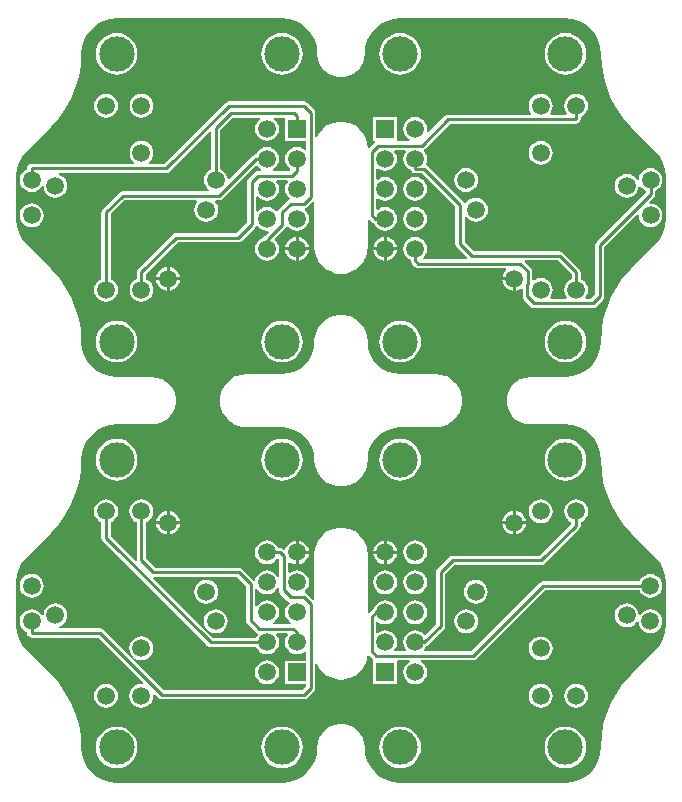
<source format=gtl>
G04*
G04 #@! TF.GenerationSoftware,Altium Limited,Altium Designer,18.1.11 (251)*
G04*
G04 Layer_Physical_Order=1*
G04 Layer_Color=255*
%FSLAX25Y25*%
%MOIN*%
G70*
G01*
G75*
%ADD12C,0.01000*%
%ADD18C,0.03937*%
%ADD19C,0.11811*%
%ADD20C,0.05906*%
%ADD21R,0.05906X0.05906*%
G36*
X184658Y332653D02*
X186962Y332426D01*
X189178Y331753D01*
X191220Y330662D01*
X193010Y329193D01*
X194478Y327403D01*
X195570Y325361D01*
X196242Y323146D01*
X196469Y320841D01*
X196641Y319204D01*
X197149Y317639D01*
X197972Y316213D01*
X199074Y314990D01*
X200405Y314022D01*
X201909Y313352D01*
X203519Y313010D01*
X205165Y313010D01*
X206776Y313352D01*
X208279Y314022D01*
X209611Y314989D01*
X210713Y316213D01*
X211536Y317638D01*
X212045Y319204D01*
X212217Y320841D01*
X212444Y323145D01*
X213116Y325361D01*
X214207Y327402D01*
X215676Y329192D01*
X217466Y330661D01*
X219508Y331752D01*
X221724Y332424D01*
X224028Y332651D01*
X279146Y332649D01*
X281450Y332422D01*
X283666Y331750D01*
X285708Y330659D01*
X287498Y329190D01*
X288966Y327400D01*
X290058Y325358D01*
X290730Y323142D01*
X290957Y320838D01*
X291173Y316987D01*
X291819Y313185D01*
X292886Y309479D01*
X294362Y305917D01*
X296227Y302541D01*
X298459Y299396D01*
X301028Y296520D01*
X309150Y288398D01*
X310619Y286608D01*
X311710Y284566D01*
X312382Y282351D01*
X312609Y280047D01*
X312608Y265719D01*
X312381Y263415D01*
X311709Y261199D01*
X310618Y259157D01*
X309149Y257367D01*
X301027Y249246D01*
X298457Y246371D01*
X296225Y243226D01*
X294359Y239850D01*
X292884Y236287D01*
X291816Y232582D01*
X291170Y228780D01*
X290953Y224929D01*
X290726Y222625D01*
X290054Y220409D01*
X288963Y218367D01*
X287494Y216578D01*
X285704Y215109D01*
X283662Y214018D01*
X281446Y213345D01*
X279142Y213119D01*
X267331Y213119D01*
X265694Y212947D01*
X264128Y212438D01*
X262702Y211615D01*
X261479Y210514D01*
X260512Y209182D01*
X259842Y207679D01*
X259500Y206068D01*
X259500Y204422D01*
X259842Y202812D01*
X260511Y201308D01*
X261479Y199977D01*
X262702Y198875D01*
X264128Y198052D01*
X265693Y197543D01*
X267330Y197371D01*
X279141Y197371D01*
X281446Y197143D01*
X283661Y196471D01*
X285703Y195380D01*
X287493Y193911D01*
X288962Y192121D01*
X290053Y190079D01*
X290725Y187863D01*
X290952Y185559D01*
X291168Y181709D01*
X291814Y177907D01*
X292881Y174201D01*
X294357Y170638D01*
X296222Y167262D01*
X298454Y164117D01*
X301024Y161241D01*
X309145Y153120D01*
X310614Y151330D01*
X311705Y149288D01*
X312377Y147072D01*
X312604Y144768D01*
X312603Y130440D01*
X312376Y128136D01*
X311704Y125920D01*
X310613Y123878D01*
X309144Y122089D01*
X301022Y113967D01*
X298452Y111092D01*
X296220Y107947D01*
X294355Y104571D01*
X292879Y101009D01*
X291811Y97303D01*
X291165Y93501D01*
X290948Y89650D01*
X290721Y87346D01*
X290049Y85131D01*
X288958Y83089D01*
X287489Y81299D01*
X285699Y79830D01*
X283657Y78739D01*
X281441Y78067D01*
X279137Y77840D01*
X224019Y77842D01*
X221714Y78069D01*
X219499Y78741D01*
X217457Y79833D01*
X215667Y81301D01*
X214198Y83091D01*
X213107Y85133D01*
X212435Y87349D01*
X212208Y89653D01*
X212036Y91290D01*
X211527Y92856D01*
X210704Y94282D01*
X209603Y95505D01*
X208271Y96473D01*
X206768Y97142D01*
X205157Y97484D01*
X203511Y97484D01*
X201901Y97142D01*
X200397Y96473D01*
X199066Y95505D01*
X197964Y94282D01*
X197141Y92857D01*
X196632Y91291D01*
X196460Y89654D01*
X196233Y87350D01*
X195561Y85134D01*
X194469Y83092D01*
X193000Y81302D01*
X191211Y79834D01*
X189169Y78742D01*
X186953Y78070D01*
X184649Y77843D01*
X129531Y77845D01*
X127226Y78072D01*
X125011Y78745D01*
X122969Y79836D01*
X121179Y81305D01*
X119710Y83095D01*
X118619Y85137D01*
X117947Y87353D01*
X117720Y89657D01*
X117504Y93507D01*
X116858Y97309D01*
X115790Y101015D01*
X114315Y104578D01*
X112450Y107954D01*
X110218Y111099D01*
X107648Y113974D01*
X99527Y122096D01*
X98058Y123886D01*
X96967Y125928D01*
X96295Y128144D01*
X96068Y130448D01*
X96068Y144776D01*
X96295Y147080D01*
X96968Y149295D01*
X98059Y151337D01*
X99528Y153127D01*
X107650Y161249D01*
X110220Y164124D01*
X112452Y167269D01*
X114317Y170644D01*
X115793Y174207D01*
X116861Y177913D01*
X117507Y181715D01*
X117724Y185565D01*
X117950Y187870D01*
X118623Y190085D01*
X119714Y192127D01*
X121183Y193917D01*
X122973Y195386D01*
X125015Y196477D01*
X127231Y197149D01*
X129535Y197376D01*
X141346Y197376D01*
X142983Y197548D01*
X144549Y198056D01*
X145974Y198879D01*
X147198Y199981D01*
X148165Y201312D01*
X148835Y202816D01*
X149177Y204426D01*
X149177Y206072D01*
X148835Y207682D01*
X148166Y209186D01*
X147198Y210518D01*
X145975Y211620D01*
X144549Y212443D01*
X142984Y212951D01*
X141347Y213124D01*
X129535Y213124D01*
X127231Y213351D01*
X125016Y214023D01*
X122974Y215115D01*
X121184Y216584D01*
X119715Y218374D01*
X118624Y220416D01*
X117952Y222631D01*
X117725Y224936D01*
X117509Y228786D01*
X116863Y232588D01*
X115796Y236294D01*
X114320Y239857D01*
X112454Y243232D01*
X110223Y246377D01*
X107653Y249253D01*
X99532Y257375D01*
X98063Y259165D01*
X96972Y261207D01*
X96300Y263423D01*
X96073Y265727D01*
X96073Y280054D01*
X96301Y282359D01*
X96973Y284574D01*
X98064Y286616D01*
X99533Y288406D01*
X107655Y296527D01*
X110225Y299403D01*
X112457Y302548D01*
X114322Y305923D01*
X115798Y309486D01*
X116866Y313192D01*
X117512Y316994D01*
X117728Y320844D01*
X117956Y323148D01*
X118628Y325364D01*
X119719Y327406D01*
X121188Y329196D01*
X122978Y330664D01*
X125020Y331756D01*
X127236Y332428D01*
X129540Y332655D01*
X184658Y332653D01*
D02*
G37*
%LPC*%
G36*
X129540Y327783D02*
X128186Y327649D01*
X128186Y327649D01*
X128186D01*
X126884Y327255D01*
X125684Y326613D01*
X124633Y325750D01*
X123770Y324699D01*
X123129Y323499D01*
X122734Y322198D01*
X122601Y320844D01*
X122734Y319490D01*
X123129Y318188D01*
X123770Y316989D01*
X124633Y315937D01*
X125684Y315074D01*
X126884Y314433D01*
X128186Y314038D01*
X129540Y313905D01*
X130893Y314038D01*
X130893Y314038D01*
X130893D01*
X132195Y314433D01*
X133395Y315074D01*
X134446Y315937D01*
X135309Y316989D01*
X135950Y318188D01*
X136345Y319490D01*
X136478Y320844D01*
X136345Y322198D01*
X135950Y323499D01*
X135309Y324699D01*
X134446Y325750D01*
X133395Y326613D01*
X132195Y327255D01*
X130893Y327649D01*
X129540Y327783D01*
D02*
G37*
G36*
X184658Y327781D02*
X183304Y327647D01*
X182002Y327253D01*
X180803Y326611D01*
X179751Y325748D01*
X178888Y324697D01*
X178247Y323497D01*
X177852Y322196D01*
X177719Y320842D01*
X177852Y319488D01*
X178247Y318186D01*
X178888Y316987D01*
X179751Y315935D01*
X180803Y315072D01*
X182002Y314431D01*
X183304Y314036D01*
X184658Y313903D01*
X186011Y314036D01*
X187313Y314431D01*
X188513Y315072D01*
X189564Y315935D01*
X190427Y316987D01*
X191068Y318186D01*
X191463Y319488D01*
X191596Y320842D01*
X191463Y322196D01*
X191068Y323497D01*
X190427Y324697D01*
X189564Y325748D01*
X188513Y326611D01*
X187313Y327253D01*
X186011Y327647D01*
X184658Y327781D01*
D02*
G37*
G36*
X224028Y327779D02*
X222674Y327646D01*
X221372Y327251D01*
X220173Y326610D01*
X219121Y325747D01*
X218258Y324695D01*
X217617Y323496D01*
X217222Y322194D01*
X217089Y320840D01*
X217222Y319487D01*
X217617Y318185D01*
X218258Y316985D01*
X219121Y315934D01*
X220173Y315071D01*
X221372Y314430D01*
X222674Y314035D01*
X224028Y313901D01*
X225381Y314035D01*
X226683Y314430D01*
X227883Y315071D01*
X228934Y315934D01*
X229797Y316985D01*
X230438Y318185D01*
X230833Y319487D01*
X230967Y320840D01*
X230833Y322194D01*
X230438Y323496D01*
X229797Y324695D01*
X228934Y325747D01*
X227883Y326610D01*
X226683Y327251D01*
X225381Y327646D01*
X224028Y327779D01*
D02*
G37*
G36*
X279146Y327777D02*
X277792Y327644D01*
X276490Y327249D01*
X275291Y326608D01*
X274239Y325745D01*
X273376Y324693D01*
X272735Y323494D01*
X272340Y322192D01*
X272207Y320838D01*
X272207Y320838D01*
X272207Y320838D01*
X272340Y319485D01*
X272735Y318183D01*
X273376Y316983D01*
X274239Y315932D01*
X275291Y315069D01*
X276490Y314428D01*
X277792Y314033D01*
X279146Y313899D01*
X280500Y314033D01*
X281801Y314428D01*
X283001Y315069D01*
X284052Y315932D01*
X284915Y316983D01*
X285557Y318183D01*
X285951Y319485D01*
X286085Y320838D01*
X286085Y320838D01*
X286085Y320838D01*
X285951Y322192D01*
X285557Y323494D01*
X284915Y324693D01*
X284052Y325745D01*
X283001Y326608D01*
X281801Y327249D01*
X280500Y327644D01*
X279146Y327777D01*
D02*
G37*
G36*
X282688Y307580D02*
X281656Y307444D01*
X280695Y307046D01*
X279869Y306412D01*
X279235Y305586D01*
X278837Y304625D01*
X278701Y303593D01*
X278837Y302561D01*
X279235Y301600D01*
X279596Y301129D01*
X279349Y300629D01*
X274216D01*
X273969Y301129D01*
X274330Y301600D01*
X274728Y302561D01*
X274864Y303593D01*
X274728Y304625D01*
X274330Y305586D01*
X273696Y306412D01*
X272870Y307046D01*
X271909Y307444D01*
X270877Y307580D01*
X269845Y307444D01*
X268884Y307046D01*
X268058Y306412D01*
X267424Y305586D01*
X267026Y304625D01*
X266890Y303593D01*
X267026Y302561D01*
X267424Y301600D01*
X267785Y301129D01*
X267538Y300629D01*
X240000D01*
X239415Y300513D01*
X238919Y300181D01*
X233448Y294710D01*
X232922Y294815D01*
X232885Y294855D01*
X233015Y295842D01*
X232879Y296874D01*
X232481Y297835D01*
X231847Y298661D01*
X231021Y299294D01*
X230060Y299693D01*
X229028Y299829D01*
X227996Y299693D01*
X227034Y299294D01*
X226209Y298661D01*
X225575Y297835D01*
X225177Y296874D01*
X225041Y295842D01*
X225177Y294810D01*
X225575Y293848D01*
X226209Y293023D01*
X227034Y292389D01*
X227179Y292329D01*
X227079Y291829D01*
X223456D01*
X222981Y291889D01*
X222980Y292329D01*
Y299795D01*
X215075D01*
Y291889D01*
X215578D01*
X215730Y291389D01*
X215719Y291381D01*
X213726Y289389D01*
X213546Y289411D01*
X213215Y289585D01*
X213057Y291088D01*
X213026Y291191D01*
X213013Y291297D01*
X212505Y292862D01*
X212452Y292956D01*
X212418Y293057D01*
X211595Y294483D01*
X211524Y294563D01*
X211470Y294655D01*
X210368Y295879D01*
X210282Y295942D01*
X210210Y296021D01*
X208878Y296989D01*
X208781Y297034D01*
X208694Y297095D01*
X207190Y297765D01*
X207085Y297789D01*
X206987Y297831D01*
X205377Y298173D01*
X205270Y298175D01*
X205165Y298195D01*
X203519Y298196D01*
X203414Y298175D01*
X203307Y298173D01*
X201697Y297831D01*
X201598Y297789D01*
X201494Y297765D01*
X199990Y297096D01*
X199903Y297034D01*
X199805Y296989D01*
X198474Y296022D01*
X198401Y295943D01*
X198315Y295879D01*
X197214Y294656D01*
X197159Y294564D01*
X197089Y294483D01*
X196265Y293058D01*
X196231Y292956D01*
X196229Y292954D01*
X195729Y292997D01*
Y301300D01*
X195613Y301885D01*
X195281Y302381D01*
X193081Y304581D01*
X192585Y304913D01*
X192000Y305029D01*
X166900D01*
X166315Y304913D01*
X165819Y304581D01*
X145466Y284229D01*
X140402D01*
X140233Y284729D01*
X140625Y285031D01*
X141259Y285856D01*
X141657Y286818D01*
X141793Y287850D01*
X141657Y288882D01*
X141259Y289843D01*
X140625Y290669D01*
X139799Y291302D01*
X138838Y291701D01*
X137806Y291837D01*
X136774Y291701D01*
X135813Y291302D01*
X134987Y290669D01*
X134353Y289843D01*
X133955Y288882D01*
X133819Y287850D01*
X133955Y286818D01*
X134353Y285856D01*
X134987Y285031D01*
X135380Y284729D01*
X135210Y284229D01*
X101192D01*
X100607Y284113D01*
X100110Y283781D01*
X99779Y283285D01*
X99662Y282700D01*
Y282439D01*
X99198Y282247D01*
X98373Y281614D01*
X97739Y280788D01*
X97341Y279826D01*
X97205Y278795D01*
X97341Y277763D01*
X97739Y276801D01*
X98373Y275975D01*
X99198Y275342D01*
X100160Y274944D01*
X101192Y274808D01*
X102224Y274944D01*
X103185Y275342D01*
X104011Y275975D01*
X104645Y276801D01*
X105132Y276775D01*
X105167Y276756D01*
X105294Y275794D01*
X105692Y274833D01*
X106325Y274007D01*
X107151Y273374D01*
X108113Y272975D01*
X109145Y272839D01*
X110177Y272975D01*
X111138Y273374D01*
X111964Y274007D01*
X112597Y274833D01*
X112996Y275794D01*
X113131Y276826D01*
X112996Y277858D01*
X112597Y278820D01*
X111964Y279645D01*
X111138Y280279D01*
X110177Y280677D01*
X110246Y281171D01*
X146100D01*
X146685Y281287D01*
X147181Y281619D01*
X160618Y295055D01*
X161080Y294864D01*
Y282439D01*
X160616Y282247D01*
X159790Y281614D01*
X159157Y280788D01*
X158758Y279826D01*
X158622Y278795D01*
X158758Y277763D01*
X159157Y276801D01*
X159790Y275975D01*
X160371Y275529D01*
X160202Y275029D01*
X131495D01*
X130910Y274913D01*
X130414Y274581D01*
X124914Y269081D01*
X124582Y268585D01*
X124466Y268000D01*
Y245825D01*
X124002Y245633D01*
X123176Y245000D01*
X122542Y244174D01*
X122144Y243212D01*
X122008Y242180D01*
X122144Y241148D01*
X122542Y240187D01*
X123176Y239361D01*
X124002Y238728D01*
X124963Y238329D01*
X125995Y238193D01*
X127027Y238329D01*
X127988Y238728D01*
X128814Y239361D01*
X129448Y240187D01*
X129846Y241148D01*
X129982Y242180D01*
X129846Y243212D01*
X129448Y244174D01*
X128814Y245000D01*
X127988Y245633D01*
X127524Y245825D01*
Y267367D01*
X132129Y271971D01*
X156084D01*
X156331Y271471D01*
X155928Y270946D01*
X155530Y269984D01*
X155394Y268952D01*
X155530Y267920D01*
X155928Y266959D01*
X156562Y266133D01*
X157387Y265499D01*
X158349Y265101D01*
X159381Y264965D01*
X160413Y265101D01*
X161374Y265499D01*
X162200Y266133D01*
X162833Y266959D01*
X163232Y267920D01*
X163368Y268952D01*
X163232Y269984D01*
X162833Y270946D01*
X162431Y271471D01*
X162677Y271971D01*
X163658D01*
X164243Y272087D01*
X164740Y272419D01*
X175833Y283512D01*
X176497Y283468D01*
X176839Y283023D01*
X177664Y282389D01*
X177808Y282329D01*
X177709Y281829D01*
X176800D01*
X176215Y281713D01*
X175719Y281381D01*
X173419Y279081D01*
X173087Y278585D01*
X172971Y278000D01*
Y264633D01*
X169466Y261129D01*
X149406D01*
X148821Y261013D01*
X148325Y260681D01*
X136725Y249081D01*
X136393Y248585D01*
X136277Y248000D01*
Y245825D01*
X135813Y245633D01*
X134987Y245000D01*
X134353Y244174D01*
X133955Y243212D01*
X133819Y242180D01*
X133955Y241148D01*
X134353Y240187D01*
X134987Y239361D01*
X135813Y238728D01*
X136774Y238329D01*
X137806Y238193D01*
X138838Y238329D01*
X139799Y238728D01*
X140625Y239361D01*
X141259Y240187D01*
X141657Y241148D01*
X141793Y242180D01*
X141657Y243212D01*
X141259Y244174D01*
X140625Y245000D01*
X139799Y245633D01*
X139335Y245825D01*
Y247366D01*
X150040Y258071D01*
X170100D01*
X170685Y258187D01*
X171181Y258519D01*
X175581Y262919D01*
X175913Y263415D01*
X176446Y263534D01*
X176839Y263023D01*
X177664Y262389D01*
X178626Y261991D01*
X179658Y261855D01*
X179919Y261889D01*
X180153Y261416D01*
X178919Y260181D01*
X178797Y259999D01*
X178656Y259830D01*
X178632Y259752D01*
X178587Y259685D01*
X178585Y259676D01*
X177664Y259295D01*
X176839Y258661D01*
X176205Y257835D01*
X175807Y256874D01*
X175671Y255842D01*
X175807Y254810D01*
X176205Y253848D01*
X176839Y253023D01*
X177664Y252389D01*
X178626Y251991D01*
X179658Y251855D01*
X180690Y251991D01*
X181651Y252389D01*
X182477Y253023D01*
X183110Y253848D01*
X183509Y254810D01*
X183644Y255842D01*
X183509Y256874D01*
X183110Y257835D01*
X182477Y258661D01*
X182352Y258757D01*
X182319Y259256D01*
X185781Y262719D01*
X186089Y263178D01*
X186157Y263221D01*
X186637Y263285D01*
X186838Y263023D01*
X187664Y262389D01*
X188626Y261991D01*
X189658Y261855D01*
X190690Y261991D01*
X191651Y262389D01*
X192477Y263023D01*
X193110Y263848D01*
X193509Y264810D01*
X193644Y265842D01*
X193509Y266874D01*
X193110Y267835D01*
X192477Y268661D01*
X192275Y268816D01*
X192400Y269350D01*
X192585Y269387D01*
X193081Y269719D01*
X194947Y271584D01*
X195447Y271377D01*
X195447Y256429D01*
X195457Y256376D01*
X195452Y256322D01*
X195624Y254685D01*
X195656Y254583D01*
X195669Y254477D01*
X196177Y252911D01*
X196230Y252818D01*
X196264Y252716D01*
X197087Y251291D01*
X197157Y251210D01*
X197212Y251118D01*
X198314Y249895D01*
X198399Y249831D01*
X198472Y249752D01*
X199804Y248785D01*
X199901Y248740D01*
X199988Y248678D01*
X201492Y248008D01*
X201596Y247985D01*
X201695Y247943D01*
X203305Y247600D01*
X203412Y247599D01*
X203517Y247578D01*
X205163Y247578D01*
X205268Y247599D01*
X205375Y247600D01*
X206985Y247942D01*
X207084Y247985D01*
X207188Y248008D01*
X208692Y248678D01*
X208779Y248740D01*
X208876Y248784D01*
X210208Y249752D01*
X210281Y249830D01*
X210367Y249894D01*
X211468Y251118D01*
X211523Y251210D01*
X211593Y251290D01*
X212416Y252716D01*
X212451Y252817D01*
X212503Y252910D01*
X213012Y254476D01*
X213024Y254582D01*
X213056Y254684D01*
X213228Y256322D01*
X213223Y256375D01*
X213234Y256428D01*
X213234Y265396D01*
X213734Y265603D01*
X214577Y264760D01*
X215073Y264429D01*
X215358Y264372D01*
X215575Y263848D01*
X216209Y263023D01*
X217034Y262389D01*
X217996Y261991D01*
X219028Y261855D01*
X220060Y261991D01*
X221021Y262389D01*
X221847Y263023D01*
X222481Y263848D01*
X222879Y264810D01*
X223015Y265842D01*
X222879Y266874D01*
X222481Y267835D01*
X221847Y268661D01*
X221021Y269295D01*
X220060Y269693D01*
X219028Y269829D01*
X217996Y269693D01*
X217034Y269295D01*
X216529Y268907D01*
X216029Y269154D01*
Y272530D01*
X216529Y272777D01*
X217034Y272389D01*
X217996Y271991D01*
X219028Y271855D01*
X220060Y271991D01*
X221021Y272389D01*
X221847Y273023D01*
X222481Y273848D01*
X222879Y274810D01*
X223015Y275842D01*
X222879Y276874D01*
X222481Y277835D01*
X221847Y278661D01*
X221021Y279294D01*
X220060Y279693D01*
X219028Y279829D01*
X217996Y279693D01*
X217034Y279294D01*
X216529Y278907D01*
X216029Y279154D01*
Y282530D01*
X216529Y282777D01*
X217034Y282389D01*
X217996Y281991D01*
X219028Y281855D01*
X220060Y281991D01*
X221021Y282389D01*
X221847Y283023D01*
X222481Y283848D01*
X222879Y284810D01*
X223015Y285842D01*
X222879Y286874D01*
X222481Y287835D01*
X222147Y288271D01*
X222393Y288771D01*
X225663D01*
X225909Y288271D01*
X225575Y287835D01*
X225177Y286874D01*
X225041Y285842D01*
X225177Y284810D01*
X225575Y283848D01*
X226209Y283023D01*
X227034Y282389D01*
X227586Y282161D01*
X227615Y282015D01*
X227946Y281519D01*
X228443Y281187D01*
X229028Y281071D01*
X231366D01*
X242471Y269967D01*
Y257500D01*
X242587Y256915D01*
X242919Y256419D01*
X246446Y252891D01*
X246254Y252429D01*
X231852D01*
X231691Y252903D01*
X231847Y253023D01*
X232481Y253848D01*
X232879Y254810D01*
X233015Y255842D01*
X232879Y256874D01*
X232481Y257835D01*
X231847Y258661D01*
X231021Y259295D01*
X230060Y259693D01*
X229028Y259829D01*
X227996Y259693D01*
X227034Y259295D01*
X226209Y258661D01*
X225575Y257835D01*
X225177Y256874D01*
X225041Y255842D01*
X225177Y254810D01*
X225575Y253848D01*
X226209Y253023D01*
X227034Y252389D01*
X227498Y252197D01*
Y252000D01*
X227615Y251415D01*
X227946Y250919D01*
X229046Y249819D01*
X229542Y249487D01*
X230128Y249371D01*
X259258D01*
X259428Y248871D01*
X259200Y248695D01*
X258566Y247870D01*
X258168Y246908D01*
X258098Y246376D01*
X262019D01*
Y245876D01*
X262519D01*
Y241955D01*
X263051Y242025D01*
X264012Y242424D01*
X264371Y242699D01*
X264871Y242452D01*
Y240000D01*
X264987Y239415D01*
X265319Y238919D01*
X267619Y236619D01*
X268115Y236287D01*
X268700Y236171D01*
X288300D01*
X288885Y236287D01*
X289381Y236619D01*
X291681Y238919D01*
X292013Y239415D01*
X292129Y240000D01*
Y256475D01*
X303086Y267432D01*
X303535Y267211D01*
X303504Y266979D01*
X303640Y265947D01*
X304038Y264985D01*
X304672Y264160D01*
X305498Y263526D01*
X306459Y263128D01*
X307491Y262992D01*
X308523Y263128D01*
X309484Y263526D01*
X310310Y264160D01*
X310944Y264985D01*
X311342Y265947D01*
X311478Y266979D01*
X311342Y268011D01*
X310944Y268972D01*
X310310Y269798D01*
X309484Y270431D01*
X308523Y270830D01*
X307491Y270966D01*
X307259Y270935D01*
X307037Y271384D01*
X308572Y272919D01*
X308904Y273415D01*
X309020Y274000D01*
Y275145D01*
X309484Y275337D01*
X310310Y275971D01*
X310944Y276796D01*
X311342Y277758D01*
X311478Y278790D01*
X311342Y279822D01*
X310944Y280783D01*
X310310Y281609D01*
X309484Y282242D01*
X308523Y282641D01*
X307491Y282777D01*
X306459Y282641D01*
X305498Y282242D01*
X304672Y281609D01*
X304038Y280783D01*
X303640Y279822D01*
X303513Y278860D01*
X303478Y278841D01*
X302991Y278815D01*
X302358Y279640D01*
X301532Y280274D01*
X300570Y280672D01*
X299538Y280808D01*
X298506Y280672D01*
X297545Y280274D01*
X296719Y279640D01*
X296086Y278815D01*
X295687Y277853D01*
X295551Y276821D01*
X295687Y275789D01*
X296086Y274828D01*
X296719Y274002D01*
X297545Y273369D01*
X298506Y272970D01*
X299538Y272834D01*
X300570Y272970D01*
X301532Y273369D01*
X302358Y274002D01*
X302991Y274828D01*
X303389Y275789D01*
X303516Y276751D01*
X303551Y276770D01*
X304038Y276796D01*
X304672Y275971D01*
X305498Y275337D01*
X305962Y275145D01*
Y274634D01*
X289519Y258190D01*
X289187Y257694D01*
X289071Y257109D01*
Y240634D01*
X287667Y239229D01*
X286040D01*
X285793Y239729D01*
X286141Y240182D01*
X286539Y241144D01*
X286675Y242176D01*
X286539Y243208D01*
X286141Y244169D01*
X285507Y244995D01*
X284681Y245628D01*
X284217Y245820D01*
Y248000D01*
X284101Y248585D01*
X283769Y249081D01*
X278269Y254581D01*
X277773Y254913D01*
X277188Y255029D01*
X248634D01*
X245529Y258134D01*
Y266550D01*
X246029Y266719D01*
X246483Y266128D01*
X247309Y265494D01*
X248270Y265096D01*
X249302Y264960D01*
X250334Y265096D01*
X251296Y265494D01*
X252121Y266128D01*
X252755Y266954D01*
X253153Y267915D01*
X253289Y268947D01*
X253153Y269979D01*
X252755Y270941D01*
X252121Y271766D01*
X251296Y272400D01*
X250334Y272798D01*
X249302Y272934D01*
X248270Y272798D01*
X247309Y272400D01*
X246483Y271766D01*
X245946Y271067D01*
X245488Y271126D01*
X245418Y271162D01*
X245413Y271185D01*
X245081Y271681D01*
X233081Y283681D01*
X232585Y284013D01*
X232565Y284051D01*
X232879Y284810D01*
X233015Y285842D01*
X232879Y286874D01*
X232481Y287835D01*
X232002Y288459D01*
X232056Y289021D01*
X232100Y289097D01*
X232281Y289219D01*
X240634Y297571D01*
X282688D01*
X283273Y297687D01*
X283769Y298019D01*
X284101Y298515D01*
X284217Y299100D01*
Y299948D01*
X284681Y300140D01*
X285507Y300774D01*
X286141Y301600D01*
X286539Y302561D01*
X286675Y303593D01*
X286539Y304625D01*
X286141Y305586D01*
X285507Y306412D01*
X284681Y307046D01*
X283720Y307444D01*
X282688Y307580D01*
D02*
G37*
G36*
X137806Y307585D02*
X136774Y307449D01*
X135813Y307050D01*
X134987Y306417D01*
X134353Y305591D01*
X133955Y304630D01*
X133819Y303598D01*
X133955Y302566D01*
X134353Y301604D01*
X134987Y300779D01*
X135813Y300145D01*
X136774Y299747D01*
X137806Y299611D01*
X138838Y299747D01*
X139799Y300145D01*
X140625Y300779D01*
X141259Y301604D01*
X141657Y302566D01*
X141793Y303598D01*
X141657Y304630D01*
X141259Y305591D01*
X140625Y306417D01*
X139799Y307050D01*
X138838Y307449D01*
X137806Y307585D01*
D02*
G37*
G36*
X125995D02*
X124963Y307449D01*
X124002Y307050D01*
X123176Y306417D01*
X122542Y305591D01*
X122144Y304630D01*
X122008Y303598D01*
X122144Y302566D01*
X122542Y301604D01*
X123176Y300779D01*
X124002Y300145D01*
X124963Y299747D01*
X125995Y299611D01*
X127027Y299747D01*
X127988Y300145D01*
X128814Y300779D01*
X129448Y301604D01*
X129846Y302566D01*
X129982Y303598D01*
X129846Y304630D01*
X129448Y305591D01*
X128814Y306417D01*
X127988Y307050D01*
X127027Y307449D01*
X125995Y307585D01*
D02*
G37*
G36*
X270877Y291832D02*
X269845Y291696D01*
X268884Y291298D01*
X268058Y290664D01*
X267424Y289838D01*
X267026Y288877D01*
X266890Y287845D01*
X267026Y286813D01*
X267424Y285851D01*
X268058Y285026D01*
X268884Y284392D01*
X269845Y283994D01*
X270877Y283858D01*
X271909Y283994D01*
X272870Y284392D01*
X273696Y285026D01*
X274330Y285851D01*
X274728Y286813D01*
X274864Y287845D01*
X274728Y288877D01*
X274330Y289838D01*
X273696Y290664D01*
X272870Y291298D01*
X271909Y291696D01*
X270877Y291832D01*
D02*
G37*
G36*
X246074Y282777D02*
X245042Y282641D01*
X244080Y282242D01*
X243255Y281609D01*
X242621Y280783D01*
X242223Y279822D01*
X242087Y278790D01*
X242223Y277758D01*
X242621Y276796D01*
X243255Y275971D01*
X244080Y275337D01*
X245042Y274939D01*
X246074Y274803D01*
X247106Y274939D01*
X248067Y275337D01*
X248893Y275971D01*
X249527Y276796D01*
X249925Y277758D01*
X250061Y278790D01*
X249925Y279822D01*
X249527Y280783D01*
X248893Y281609D01*
X248067Y282242D01*
X247106Y282641D01*
X246074Y282777D01*
D02*
G37*
G36*
X229028Y279829D02*
X227996Y279693D01*
X227034Y279294D01*
X226209Y278661D01*
X225575Y277835D01*
X225177Y276874D01*
X225041Y275842D01*
X225177Y274810D01*
X225575Y273848D01*
X226209Y273023D01*
X227034Y272389D01*
X227996Y271991D01*
X229028Y271855D01*
X230060Y271991D01*
X231021Y272389D01*
X231847Y273023D01*
X232481Y273848D01*
X232879Y274810D01*
X233015Y275842D01*
X232879Y276874D01*
X232481Y277835D01*
X231847Y278661D01*
X231021Y279294D01*
X230060Y279693D01*
X229028Y279829D01*
D02*
G37*
G36*
X101192Y270971D02*
X100160Y270835D01*
X99198Y270436D01*
X98373Y269803D01*
X97739Y268977D01*
X97341Y268016D01*
X97205Y266984D01*
X97341Y265952D01*
X97739Y264990D01*
X98373Y264164D01*
X99198Y263531D01*
X100160Y263133D01*
X101192Y262997D01*
X102224Y263133D01*
X103185Y263531D01*
X104011Y264164D01*
X104645Y264990D01*
X105043Y265952D01*
X105179Y266984D01*
X105043Y268016D01*
X104645Y268977D01*
X104011Y269803D01*
X103185Y270436D01*
X102224Y270835D01*
X101192Y270971D01*
D02*
G37*
G36*
X229028Y269829D02*
X227996Y269693D01*
X227034Y269295D01*
X226209Y268661D01*
X225575Y267835D01*
X225177Y266874D01*
X225041Y265842D01*
X225177Y264810D01*
X225575Y263848D01*
X226209Y263023D01*
X227034Y262389D01*
X227996Y261991D01*
X229028Y261855D01*
X230060Y261991D01*
X231021Y262389D01*
X231847Y263023D01*
X232481Y263848D01*
X232879Y264810D01*
X233015Y265842D01*
X232879Y266874D01*
X232481Y267835D01*
X231847Y268661D01*
X231021Y269295D01*
X230060Y269693D01*
X229028Y269829D01*
D02*
G37*
G36*
X219528Y259763D02*
Y256342D01*
X222949D01*
X222879Y256874D01*
X222481Y257835D01*
X221847Y258661D01*
X221021Y259295D01*
X220060Y259693D01*
X219528Y259763D01*
D02*
G37*
G36*
X190158D02*
Y256342D01*
X193579D01*
X193509Y256874D01*
X193110Y257835D01*
X192477Y258661D01*
X191651Y259295D01*
X190690Y259693D01*
X190158Y259763D01*
D02*
G37*
G36*
X218528D02*
X217996Y259693D01*
X217034Y259295D01*
X216209Y258661D01*
X215575Y257835D01*
X215177Y256874D01*
X215107Y256342D01*
X218528D01*
Y259763D01*
D02*
G37*
G36*
X189158D02*
X188626Y259693D01*
X187664Y259295D01*
X186838Y258661D01*
X186205Y257835D01*
X185807Y256874D01*
X185737Y256342D01*
X189158D01*
Y259763D01*
D02*
G37*
G36*
X222949Y255342D02*
X219528D01*
Y251921D01*
X220060Y251991D01*
X221021Y252389D01*
X221847Y253023D01*
X222481Y253848D01*
X222879Y254810D01*
X222949Y255342D01*
D02*
G37*
G36*
X193579D02*
X190158D01*
Y251921D01*
X190690Y251991D01*
X191651Y252389D01*
X192477Y253023D01*
X193110Y253848D01*
X193509Y254810D01*
X193579Y255342D01*
D02*
G37*
G36*
X218528D02*
X215107D01*
X215177Y254810D01*
X215575Y253848D01*
X216209Y253023D01*
X217034Y252389D01*
X217996Y251991D01*
X218528Y251921D01*
Y255342D01*
D02*
G37*
G36*
X189158D02*
X185737D01*
X185807Y254810D01*
X186205Y253848D01*
X186838Y253023D01*
X187664Y252389D01*
X188626Y251991D01*
X189158Y251921D01*
Y255342D01*
D02*
G37*
G36*
X147164Y249802D02*
Y246381D01*
X150585D01*
X150515Y246913D01*
X150117Y247875D01*
X149483Y248700D01*
X148658Y249334D01*
X147696Y249732D01*
X147164Y249802D01*
D02*
G37*
G36*
X146164D02*
X145632Y249732D01*
X144671Y249334D01*
X143845Y248700D01*
X143211Y247875D01*
X142813Y246913D01*
X142743Y246381D01*
X146164D01*
Y249802D01*
D02*
G37*
G36*
X150585Y245381D02*
X147164D01*
Y241960D01*
X147696Y242030D01*
X148658Y242428D01*
X149483Y243062D01*
X150117Y243888D01*
X150515Y244849D01*
X150585Y245381D01*
D02*
G37*
G36*
X146164D02*
X142743D01*
X142813Y244849D01*
X143211Y243888D01*
X143845Y243062D01*
X144671Y242428D01*
X145632Y242030D01*
X146164Y241960D01*
Y245381D01*
D02*
G37*
G36*
X261519Y245376D02*
X258098D01*
X258168Y244845D01*
X258566Y243883D01*
X259200Y243057D01*
X260025Y242424D01*
X260987Y242025D01*
X261519Y241955D01*
Y245376D01*
D02*
G37*
G36*
X129536Y231874D02*
X128182Y231741D01*
X126881Y231346D01*
X125681Y230705D01*
X124629Y229842D01*
X123767Y228790D01*
X123125Y227591D01*
X122730Y226289D01*
X122730Y226289D01*
X122597Y224935D01*
X122730Y223581D01*
X123125Y222280D01*
X123767Y221080D01*
X124629Y220028D01*
X125681Y219166D01*
X126881Y218524D01*
X128182Y218129D01*
X129536Y217996D01*
X130890Y218129D01*
X132191Y218524D01*
X133391Y219166D01*
X134442Y220028D01*
X135306Y221080D01*
X135947Y222280D01*
X136342Y223581D01*
X136342Y223582D01*
X136475Y224935D01*
X136342Y226289D01*
X135947Y227591D01*
X135306Y228790D01*
X134443Y229842D01*
X133391Y230705D01*
X132191Y231346D01*
X130890Y231741D01*
X129536Y231874D01*
D02*
G37*
G36*
X184654Y231872D02*
X183300Y231739D01*
X181999Y231344D01*
X180799Y230703D01*
X179747Y229840D01*
X178885Y228788D01*
X178243Y227589D01*
X177848Y226287D01*
X177715Y224933D01*
X177848Y223579D01*
X178243Y222278D01*
X178885Y221078D01*
X179747Y220026D01*
X180799Y219164D01*
X181999Y218522D01*
X183300Y218127D01*
X184654Y217994D01*
X186008Y218127D01*
X187310Y218522D01*
X188509Y219163D01*
X189561Y220026D01*
X190424Y221078D01*
X191065Y222278D01*
X191460Y223579D01*
X191593Y224933D01*
X191460Y226287D01*
X191065Y227588D01*
X190424Y228788D01*
X189561Y229840D01*
X188509Y230702D01*
X187310Y231344D01*
X186008Y231739D01*
X184654Y231872D01*
D02*
G37*
G36*
X224024Y231871D02*
X222670Y231737D01*
X221369Y231342D01*
X220169Y230701D01*
X219118Y229838D01*
X218255Y228787D01*
X217613Y227587D01*
X217219Y226285D01*
X217085Y224932D01*
X217219Y223578D01*
X217613Y222276D01*
X218255Y221077D01*
X219118Y220025D01*
X220169Y219162D01*
X221369Y218521D01*
X222671Y218126D01*
X224024Y217993D01*
X225378Y218126D01*
X226680Y218521D01*
X227879Y219162D01*
X228931Y220025D01*
X229794Y221076D01*
X230435Y222276D01*
X230830Y223578D01*
X230963Y224932D01*
X230830Y226285D01*
X230435Y227587D01*
X229794Y228787D01*
X228931Y229838D01*
X227879Y230701D01*
X226680Y231342D01*
X225378Y231737D01*
X224024Y231871D01*
D02*
G37*
G36*
X279142Y231869D02*
X277789Y231735D01*
X277789Y231735D01*
X277789Y231735D01*
X276487Y231340D01*
X275287Y230699D01*
X274236Y229836D01*
X273373Y228785D01*
X272732Y227585D01*
X272337Y226283D01*
X272203Y224930D01*
X272337Y223576D01*
X272732Y222274D01*
X273373Y221075D01*
X274236Y220023D01*
X275287Y219160D01*
X276487Y218519D01*
X277789Y218124D01*
X279142Y217991D01*
X280496Y218124D01*
X280496Y218124D01*
X280496Y218124D01*
X281798Y218519D01*
X282997Y219160D01*
X284049Y220023D01*
X284912Y221075D01*
X285553Y222274D01*
X285948Y223576D01*
X286081Y224930D01*
X285948Y226283D01*
X285553Y227585D01*
X284912Y228785D01*
X284049Y229836D01*
X282997Y230699D01*
X281798Y231340D01*
X280496Y231735D01*
X279142Y231869D01*
D02*
G37*
G36*
X203516Y233783D02*
X203411Y233762D01*
X203304Y233761D01*
X201694Y233418D01*
X201596Y233376D01*
X201491Y233352D01*
X199988Y232683D01*
X199900Y232621D01*
X199803Y232576D01*
X198471Y231609D01*
X198399Y231530D01*
X198313Y231466D01*
X197211Y230243D01*
X197157Y230151D01*
X197086Y230071D01*
X196263Y228645D01*
X196229Y228544D01*
X196176Y228450D01*
X195668Y226885D01*
X195655Y226779D01*
X195623Y226676D01*
X195451Y225039D01*
X195451Y225036D01*
X195450Y225033D01*
X195233Y222828D01*
X194619Y220805D01*
X193623Y218940D01*
X192281Y217306D01*
X190646Y215964D01*
X188781Y214967D01*
X186758Y214354D01*
X184604Y214142D01*
X172843Y214142D01*
X172790Y214132D01*
X172736Y214137D01*
X171099Y213965D01*
X170997Y213933D01*
X170890Y213920D01*
X169325Y213411D01*
X169231Y213359D01*
X169130Y213325D01*
X167705Y212502D01*
X167624Y212431D01*
X167532Y212377D01*
X166309Y211275D01*
X166245Y211189D01*
X166166Y211117D01*
X165199Y209785D01*
X165154Y209688D01*
X165092Y209600D01*
X164422Y208097D01*
X164399Y207992D01*
X164357Y207894D01*
X164014Y206284D01*
X164013Y206177D01*
X163992Y206072D01*
X163992Y204426D01*
X164013Y204321D01*
X164014Y204214D01*
X164356Y202604D01*
X164399Y202505D01*
X164422Y202401D01*
X165092Y200897D01*
X165153Y200810D01*
X165198Y200712D01*
X166166Y199381D01*
X166244Y199308D01*
X166308Y199222D01*
X167532Y198121D01*
X167624Y198066D01*
X167704Y197995D01*
X169130Y197172D01*
X169231Y197138D01*
X169324Y197086D01*
X170890Y196577D01*
X170996Y196564D01*
X171098Y196533D01*
X172735Y196360D01*
X172789Y196365D01*
X172842Y196355D01*
X184603Y196354D01*
X186757Y196142D01*
X188781Y195528D01*
X190646Y194531D01*
X192280Y193190D01*
X193622Y191555D01*
X194618Y189690D01*
X195232Y187667D01*
X195449Y185463D01*
X195450Y185459D01*
X195450Y185456D01*
X195622Y183819D01*
X195653Y183717D01*
X195666Y183610D01*
X196175Y182045D01*
X196227Y181951D01*
X196261Y181850D01*
X197084Y180424D01*
X197155Y180344D01*
X197210Y180252D01*
X198311Y179029D01*
X198397Y178965D01*
X198469Y178886D01*
X199801Y177919D01*
X199898Y177874D01*
X199986Y177812D01*
X201489Y177142D01*
X201594Y177119D01*
X201692Y177076D01*
X203302Y176734D01*
X203409Y176733D01*
X203514Y176712D01*
X205160Y176712D01*
X205265Y176733D01*
X205372Y176734D01*
X206983Y177076D01*
X207081Y177119D01*
X207185Y177142D01*
X208689Y177812D01*
X208776Y177873D01*
X208874Y177918D01*
X210206Y178886D01*
X210278Y178964D01*
X210364Y179028D01*
X211465Y180252D01*
X211520Y180343D01*
X211591Y180424D01*
X212414Y181850D01*
X212448Y181951D01*
X212501Y182044D01*
X213009Y183610D01*
X213022Y183716D01*
X213054Y183818D01*
X213226Y185455D01*
X213225Y185459D01*
X213226Y185462D01*
X213444Y187666D01*
X214057Y189690D01*
X215054Y191554D01*
X216396Y193189D01*
X218030Y194530D01*
X219895Y195527D01*
X221919Y196141D01*
X224073Y196353D01*
X235834Y196353D01*
X235887Y196363D01*
X235941Y196358D01*
X237578Y196530D01*
X237680Y196562D01*
X237786Y196574D01*
X239352Y197083D01*
X239445Y197135D01*
X239547Y197170D01*
X240972Y197993D01*
X241053Y198063D01*
X241145Y198118D01*
X242368Y199220D01*
X242432Y199305D01*
X242511Y199378D01*
X243478Y200710D01*
X243523Y200807D01*
X243585Y200894D01*
X244254Y202398D01*
X244278Y202502D01*
X244320Y202601D01*
X244663Y204211D01*
X244664Y204318D01*
X244685Y204423D01*
X244685Y206069D01*
X244664Y206174D01*
X244663Y206281D01*
X244321Y207891D01*
X244278Y207989D01*
X244255Y208094D01*
X243585Y209598D01*
X243523Y209685D01*
X243479Y209782D01*
X242511Y211114D01*
X242432Y211187D01*
X242368Y211272D01*
X241145Y212374D01*
X241053Y212429D01*
X240973Y212499D01*
X239547Y213322D01*
X239446Y213357D01*
X239352Y213409D01*
X237787Y213918D01*
X237681Y213930D01*
X237579Y213962D01*
X235941Y214134D01*
X235888Y214129D01*
X235835Y214140D01*
X224074Y214140D01*
X221919Y214352D01*
X219896Y214966D01*
X218031Y215963D01*
X216397Y217305D01*
X215055Y218939D01*
X214059Y220804D01*
X213445Y222828D01*
X213228Y225032D01*
X213227Y225035D01*
X213227Y225039D01*
X213055Y226676D01*
X213023Y226778D01*
X213011Y226884D01*
X212502Y228450D01*
X212450Y228543D01*
X212416Y228644D01*
X211593Y230070D01*
X211522Y230151D01*
X211467Y230242D01*
X210366Y231466D01*
X210280Y231530D01*
X210207Y231609D01*
X208876Y232576D01*
X208779Y232621D01*
X208691Y232683D01*
X207187Y233352D01*
X207083Y233376D01*
X206985Y233418D01*
X205375Y233760D01*
X205268Y233762D01*
X205163Y233783D01*
X203516Y233783D01*
D02*
G37*
G36*
X129535Y192504D02*
X129534D01*
X128181Y192371D01*
X126879Y191976D01*
X125680Y191334D01*
X124628Y190472D01*
X123765Y189420D01*
X123124Y188220D01*
X122729Y186919D01*
X122596Y185565D01*
X122729Y184211D01*
X123124Y182910D01*
X123765Y181710D01*
X124628Y180658D01*
X125680Y179796D01*
X126879Y179154D01*
X128181Y178759D01*
X129534Y178626D01*
X129535D01*
X130888Y178759D01*
X132190Y179154D01*
X133390Y179796D01*
X134441Y180658D01*
X135304Y181710D01*
X135945Y182910D01*
X136340Y184211D01*
X136474Y185565D01*
X136340Y186919D01*
X135945Y188220D01*
X135304Y189420D01*
X134441Y190472D01*
X133390Y191334D01*
X132190Y191976D01*
X130888Y192371D01*
X129535Y192504D01*
D02*
G37*
G36*
X184653Y192502D02*
X183299Y192369D01*
X181997Y191974D01*
X180798Y191332D01*
X179746Y190470D01*
X178883Y189418D01*
X178242Y188218D01*
X177847Y186917D01*
X177714Y185563D01*
X177847Y184209D01*
X178242Y182908D01*
X178883Y181708D01*
X179746Y180656D01*
X180798Y179794D01*
X181997Y179152D01*
X183299Y178757D01*
X184653Y178624D01*
X186006Y178757D01*
X187308Y179152D01*
X188508Y179794D01*
X189559Y180656D01*
X190422Y181708D01*
X191063Y182908D01*
X191458Y184209D01*
X191592Y185563D01*
X191458Y186917D01*
X191063Y188218D01*
X190422Y189418D01*
X189559Y190470D01*
X188508Y191332D01*
X187308Y191974D01*
X186006Y192369D01*
X184653Y192502D01*
D02*
G37*
G36*
X224023Y192500D02*
X222669Y192367D01*
X221367Y191972D01*
X220168Y191331D01*
X219116Y190468D01*
X219116Y190468D01*
X219116Y190468D01*
X218253Y189417D01*
X217612Y188217D01*
X217217Y186915D01*
X217084Y185562D01*
X217217Y184208D01*
X217612Y182906D01*
X218253Y181707D01*
X219116Y180655D01*
X220168Y179792D01*
X221367Y179151D01*
X222669Y178756D01*
X224023Y178623D01*
X225376Y178756D01*
X226678Y179151D01*
X227878Y179792D01*
X228929Y180655D01*
X228929Y180655D01*
X228929Y180655D01*
X229792Y181707D01*
X230434Y182906D01*
X230828Y184208D01*
X230962Y185562D01*
X230828Y186915D01*
X230434Y188217D01*
X229792Y189417D01*
X228929Y190468D01*
X227878Y191331D01*
X226678Y191972D01*
X225377Y192367D01*
X224023Y192500D01*
D02*
G37*
G36*
X279141Y192499D02*
X277787Y192365D01*
X276485Y191970D01*
X275286Y191329D01*
X274234Y190466D01*
X273371Y189415D01*
X272730Y188215D01*
X272335Y186913D01*
X272202Y185560D01*
X272335Y184206D01*
X272335Y184206D01*
Y184206D01*
X272730Y182904D01*
X273371Y181704D01*
X274234Y180653D01*
X275286Y179790D01*
X276485Y179149D01*
X277787Y178754D01*
X279141Y178621D01*
X280494Y178754D01*
X281796Y179149D01*
X282996Y179790D01*
X284047Y180653D01*
X284910Y181704D01*
X285552Y182904D01*
X285946Y184206D01*
X286080Y185559D01*
X285946Y186913D01*
X285946Y186913D01*
Y186913D01*
X285552Y188215D01*
X284910Y189415D01*
X284047Y190466D01*
X282996Y191329D01*
X281796Y191970D01*
X280494Y192365D01*
X279141Y192499D01*
D02*
G37*
G36*
X147158Y168539D02*
Y165118D01*
X150579D01*
X150509Y165650D01*
X150111Y166612D01*
X149477Y167437D01*
X148652Y168071D01*
X147690Y168469D01*
X147158Y168539D01*
D02*
G37*
G36*
X146158D02*
X145626Y168469D01*
X144665Y168071D01*
X143839Y167437D01*
X143205Y166612D01*
X142807Y165650D01*
X142737Y165118D01*
X146158D01*
Y168539D01*
D02*
G37*
G36*
X262513Y168534D02*
Y165113D01*
X265934D01*
X265864Y165645D01*
X265465Y166607D01*
X264832Y167432D01*
X264006Y168066D01*
X263045Y168464D01*
X262513Y168534D01*
D02*
G37*
G36*
X261513D02*
X260981Y168464D01*
X260019Y168066D01*
X259193Y167432D01*
X258560Y166607D01*
X258162Y165645D01*
X258092Y165113D01*
X261513D01*
Y168534D01*
D02*
G37*
G36*
X270871Y172301D02*
X269839Y172165D01*
X268877Y171767D01*
X268052Y171133D01*
X267418Y170308D01*
X267020Y169346D01*
X266884Y168314D01*
X267020Y167282D01*
X267418Y166321D01*
X268052Y165495D01*
X268877Y164862D01*
X269839Y164463D01*
X270871Y164327D01*
X271903Y164463D01*
X272864Y164862D01*
X273690Y165495D01*
X274324Y166321D01*
X274722Y167282D01*
X274858Y168314D01*
X274722Y169346D01*
X274324Y170308D01*
X273690Y171133D01*
X272864Y171767D01*
X271903Y172165D01*
X270871Y172301D01*
D02*
G37*
G36*
X150579Y164118D02*
X147158D01*
Y160697D01*
X147690Y160767D01*
X148652Y161165D01*
X149477Y161799D01*
X150111Y162625D01*
X150509Y163586D01*
X150579Y164118D01*
D02*
G37*
G36*
X146158D02*
X142737D01*
X142807Y163586D01*
X143205Y162625D01*
X143839Y161799D01*
X144665Y161165D01*
X145626Y160767D01*
X146158Y160697D01*
Y164118D01*
D02*
G37*
G36*
X265934Y164113D02*
X262513D01*
Y160692D01*
X263045Y160762D01*
X264006Y161161D01*
X264832Y161794D01*
X265465Y162620D01*
X265864Y163582D01*
X265934Y164113D01*
D02*
G37*
G36*
X261513D02*
X258092D01*
X258162Y163582D01*
X258560Y162620D01*
X259193Y161794D01*
X260019Y161161D01*
X260981Y160762D01*
X261513Y160692D01*
Y164113D01*
D02*
G37*
G36*
X219528Y158575D02*
Y155154D01*
X222949D01*
X222879Y155686D01*
X222481Y156648D01*
X221847Y157474D01*
X221021Y158107D01*
X220060Y158505D01*
X219528Y158575D01*
D02*
G37*
G36*
X190158D02*
Y155154D01*
X193579D01*
X193509Y155686D01*
X193110Y156648D01*
X192477Y157474D01*
X191651Y158107D01*
X190690Y158505D01*
X190158Y158575D01*
D02*
G37*
G36*
X218528D02*
X217996Y158505D01*
X217034Y158107D01*
X216209Y157474D01*
X215575Y156648D01*
X215177Y155686D01*
X215107Y155154D01*
X218528D01*
Y158575D01*
D02*
G37*
G36*
X137800Y172306D02*
X136768Y172170D01*
X135807Y171772D01*
X134981Y171138D01*
X134347Y170312D01*
X133949Y169351D01*
X133813Y168319D01*
X133949Y167287D01*
X134347Y166326D01*
X134981Y165500D01*
X135807Y164866D01*
X136271Y164674D01*
Y152099D01*
X136032Y151940D01*
X135785Y151878D01*
X127518Y160144D01*
Y164674D01*
X127982Y164866D01*
X128808Y165500D01*
X129442Y166326D01*
X129840Y167287D01*
X129976Y168319D01*
X129840Y169351D01*
X129442Y170312D01*
X128808Y171138D01*
X127982Y171772D01*
X127021Y172170D01*
X125989Y172306D01*
X124957Y172170D01*
X123996Y171772D01*
X123170Y171138D01*
X122536Y170312D01*
X122138Y169351D01*
X122002Y168319D01*
X122138Y167287D01*
X122536Y166326D01*
X123170Y165500D01*
X123996Y164866D01*
X124460Y164674D01*
Y159511D01*
X124576Y158926D01*
X124908Y158430D01*
X159764Y123573D01*
X160260Y123241D01*
X160846Y123125D01*
X176013D01*
X176205Y122661D01*
X176839Y121835D01*
X177664Y121202D01*
X178626Y120803D01*
X179658Y120668D01*
X180690Y120803D01*
X181651Y121202D01*
X182477Y121835D01*
X183110Y122661D01*
X183509Y123623D01*
X183644Y124654D01*
X183509Y125686D01*
X183110Y126648D01*
X182709Y127171D01*
X182956Y127671D01*
X186359D01*
X186606Y127171D01*
X186205Y126648D01*
X185807Y125686D01*
X185671Y124654D01*
X185807Y123623D01*
X186205Y122661D01*
X186838Y121835D01*
X187664Y121202D01*
X188626Y120803D01*
X189658Y120668D01*
X190690Y120803D01*
X191651Y121202D01*
X192171Y121600D01*
X192671Y121354D01*
Y118607D01*
X185705D01*
Y110702D01*
X192671D01*
Y110034D01*
X191367Y108729D01*
X145334D01*
X125181Y128881D01*
X124685Y129213D01*
X124100Y129329D01*
X110240D01*
X110170Y129822D01*
X111132Y130221D01*
X111958Y130854D01*
X112591Y131680D01*
X112990Y132641D01*
X113126Y133673D01*
X112990Y134705D01*
X112591Y135667D01*
X111958Y136493D01*
X111132Y137126D01*
X110170Y137524D01*
X109139Y137660D01*
X108107Y137524D01*
X107145Y137126D01*
X106319Y136493D01*
X105686Y135667D01*
X105288Y134705D01*
X105161Y133744D01*
X105126Y133724D01*
X104639Y133698D01*
X104005Y134524D01*
X103179Y135158D01*
X102218Y135556D01*
X101186Y135692D01*
X100154Y135556D01*
X99192Y135158D01*
X98367Y134524D01*
X97733Y133698D01*
X97335Y132737D01*
X97199Y131705D01*
X97335Y130673D01*
X97733Y129711D01*
X98367Y128886D01*
X99192Y128252D01*
X99656Y128060D01*
Y127800D01*
X99773Y127215D01*
X100104Y126719D01*
X100601Y126387D01*
X101186Y126271D01*
X123467D01*
X138427Y111311D01*
X138193Y110837D01*
X137800Y110889D01*
X136768Y110753D01*
X135807Y110354D01*
X134981Y109721D01*
X134347Y108895D01*
X133949Y107934D01*
X133813Y106902D01*
X133949Y105870D01*
X134347Y104908D01*
X134981Y104083D01*
X135807Y103449D01*
X136768Y103051D01*
X137800Y102915D01*
X138832Y103051D01*
X139793Y103449D01*
X140619Y104083D01*
X141253Y104908D01*
X141651Y105870D01*
X141787Y106902D01*
X141735Y107295D01*
X142209Y107528D01*
X143619Y106119D01*
X144115Y105787D01*
X144700Y105671D01*
X192000D01*
X192585Y105787D01*
X193081Y106119D01*
X195281Y108319D01*
X195613Y108815D01*
X195729Y109400D01*
Y117444D01*
X196224Y117539D01*
X196259Y117438D01*
X197082Y116012D01*
X197152Y115931D01*
X197207Y115839D01*
X198309Y114616D01*
X198394Y114552D01*
X198467Y114473D01*
X199799Y113506D01*
X199896Y113461D01*
X199983Y113399D01*
X201487Y112730D01*
X201591Y112706D01*
X201690Y112664D01*
X203300Y112321D01*
X203407Y112320D01*
X203512Y112299D01*
X205158Y112299D01*
X205263Y112320D01*
X205370Y112321D01*
X206980Y112664D01*
X207079Y112706D01*
X207183Y112729D01*
X208687Y113399D01*
X208774Y113461D01*
X208871Y113505D01*
X210203Y114473D01*
X210276Y114552D01*
X210362Y114616D01*
X211463Y115839D01*
X211518Y115931D01*
X211588Y116011D01*
X212411Y117437D01*
X212446Y117538D01*
X212498Y117632D01*
X213007Y119197D01*
X213019Y119303D01*
X213051Y119406D01*
X213134Y120196D01*
X213656Y120381D01*
X214919Y119119D01*
X214989Y119071D01*
X215075Y118607D01*
X215075Y118413D01*
Y110702D01*
X222980D01*
X222981Y118607D01*
X223454Y118671D01*
X227088D01*
X227188Y118171D01*
X227034Y118107D01*
X226209Y117473D01*
X225575Y116648D01*
X225177Y115686D01*
X225041Y114654D01*
X225177Y113622D01*
X225575Y112661D01*
X226209Y111835D01*
X227034Y111202D01*
X227996Y110803D01*
X229028Y110668D01*
X230060Y110803D01*
X231021Y111202D01*
X231847Y111835D01*
X232481Y112661D01*
X232879Y113622D01*
X233015Y114654D01*
X232879Y115686D01*
X232481Y116648D01*
X231847Y117473D01*
X231021Y118107D01*
X230868Y118171D01*
X230967Y118671D01*
X248400D01*
X248985Y118787D01*
X249481Y119119D01*
X272344Y141982D01*
X303840D01*
X304032Y141518D01*
X304666Y140692D01*
X305492Y140058D01*
X306453Y139660D01*
X307485Y139524D01*
X308517Y139660D01*
X309478Y140058D01*
X310304Y140692D01*
X310938Y141518D01*
X311336Y142479D01*
X311472Y143511D01*
X311336Y144543D01*
X310938Y145504D01*
X310304Y146330D01*
X309478Y146964D01*
X308517Y147362D01*
X307485Y147498D01*
X306453Y147362D01*
X305492Y146964D01*
X304666Y146330D01*
X304032Y145504D01*
X303840Y145040D01*
X271711D01*
X271126Y144924D01*
X270630Y144592D01*
X247766Y121729D01*
X232396D01*
X232149Y122229D01*
X232481Y122661D01*
X232773Y123367D01*
X233081Y123573D01*
X238581Y129073D01*
X238913Y129569D01*
X239029Y130154D01*
Y147366D01*
X242133Y150471D01*
X271100D01*
X271685Y150587D01*
X272181Y150919D01*
X283763Y162500D01*
X284095Y162996D01*
X284211Y163582D01*
Y164669D01*
X284675Y164862D01*
X285501Y165495D01*
X286135Y166321D01*
X286533Y167282D01*
X286669Y168314D01*
X286533Y169346D01*
X286135Y170308D01*
X285501Y171133D01*
X284675Y171767D01*
X283714Y172165D01*
X282682Y172301D01*
X281650Y172165D01*
X280688Y171767D01*
X279863Y171133D01*
X279229Y170308D01*
X278831Y169346D01*
X278695Y168314D01*
X278831Y167282D01*
X279229Y166321D01*
X279863Y165495D01*
X280688Y164862D01*
X281097Y164692D01*
X281144Y164207D01*
X270466Y153529D01*
X241500D01*
X240915Y153413D01*
X240419Y153081D01*
X236419Y149081D01*
X236087Y148585D01*
X235971Y148000D01*
Y130788D01*
X232466Y127284D01*
X231967Y127316D01*
X231847Y127473D01*
X231021Y128107D01*
X230060Y128505D01*
X229028Y128641D01*
X227996Y128505D01*
X227034Y128107D01*
X226209Y127473D01*
X225575Y126648D01*
X225177Y125686D01*
X225041Y124654D01*
X225177Y123623D01*
X225575Y122661D01*
X225906Y122229D01*
X225660Y121729D01*
X222396D01*
X222149Y122229D01*
X222481Y122661D01*
X222879Y123623D01*
X223015Y124654D01*
X222879Y125686D01*
X222481Y126648D01*
X221847Y127473D01*
X221021Y128107D01*
X220060Y128505D01*
X219028Y128641D01*
X217996Y128505D01*
X217034Y128107D01*
X216529Y127720D01*
X216029Y127966D01*
Y131343D01*
X216529Y131589D01*
X217034Y131202D01*
X217996Y130803D01*
X219028Y130667D01*
X220060Y130803D01*
X221021Y131202D01*
X221847Y131835D01*
X222481Y132661D01*
X222879Y133623D01*
X223015Y134654D01*
X222879Y135686D01*
X222481Y136648D01*
X221847Y137473D01*
X221021Y138107D01*
X220060Y138505D01*
X219028Y138641D01*
X217996Y138505D01*
X217034Y138107D01*
X216209Y137473D01*
X215575Y136648D01*
X215304Y135993D01*
X214919Y135736D01*
X213729Y134547D01*
X213229Y134754D01*
X213230Y154066D01*
X213220Y154119D01*
X213225Y154172D01*
X213053Y155809D01*
X213021Y155912D01*
X213008Y156018D01*
X212500Y157584D01*
X212447Y157677D01*
X212413Y157778D01*
X211590Y159204D01*
X211519Y159284D01*
X211465Y159376D01*
X210363Y160600D01*
X210278Y160664D01*
X210205Y160742D01*
X208873Y161710D01*
X208776Y161755D01*
X208688Y161817D01*
X207185Y162486D01*
X207080Y162510D01*
X206982Y162552D01*
X205372Y162894D01*
X205265Y162896D01*
X205160Y162917D01*
X203514Y162917D01*
X203409Y162896D01*
X203302Y162894D01*
X201692Y162552D01*
X201593Y162510D01*
X201489Y162486D01*
X199985Y161817D01*
X199898Y161755D01*
X199801Y161710D01*
X198469Y160743D01*
X198396Y160664D01*
X198310Y160600D01*
X197209Y159377D01*
X197154Y159285D01*
X197083Y159204D01*
X196260Y157779D01*
X196226Y157678D01*
X196174Y157584D01*
X195665Y156019D01*
X195652Y155912D01*
X195621Y155810D01*
X195449Y154173D01*
X195453Y154119D01*
X195443Y154067D01*
X195442Y139128D01*
X194942Y138920D01*
X193081Y140781D01*
X192585Y141113D01*
X192404Y141149D01*
X192279Y141684D01*
X192477Y141835D01*
X193110Y142661D01*
X193509Y143623D01*
X193644Y144654D01*
X193509Y145686D01*
X193110Y146648D01*
X192477Y147474D01*
X191651Y148107D01*
X190690Y148505D01*
X189658Y148641D01*
X188626Y148505D01*
X187664Y148107D01*
X187229Y147774D01*
X186729Y148020D01*
Y151289D01*
X187229Y151535D01*
X187664Y151202D01*
X188626Y150803D01*
X189158Y150733D01*
Y154654D01*
Y158575D01*
X188626Y158505D01*
X187664Y158107D01*
X186838Y157474D01*
X186205Y156648D01*
X185807Y155686D01*
X185802Y155650D01*
X185328Y155489D01*
X185081Y155736D01*
X184585Y156067D01*
X184000Y156184D01*
X183302D01*
X183110Y156648D01*
X182477Y157474D01*
X181651Y158107D01*
X180690Y158505D01*
X179658Y158641D01*
X178626Y158505D01*
X177664Y158107D01*
X176839Y157474D01*
X176205Y156648D01*
X175807Y155686D01*
X175671Y154654D01*
X175807Y153622D01*
X176205Y152661D01*
X176839Y151835D01*
X177664Y151202D01*
X178626Y150803D01*
X179658Y150668D01*
X180690Y150803D01*
X181651Y151202D01*
X182477Y151835D01*
X183110Y152661D01*
X183544Y152442D01*
X183671Y152359D01*
Y146602D01*
X183171Y146502D01*
X183110Y146648D01*
X182477Y147474D01*
X181651Y148107D01*
X180690Y148505D01*
X179658Y148641D01*
X178626Y148505D01*
X177664Y148107D01*
X176839Y147474D01*
X176205Y146648D01*
X175807Y145686D01*
X175753Y145276D01*
X175459Y145155D01*
X175230Y145133D01*
X171281Y149081D01*
X170785Y149413D01*
X170200Y149529D01*
X142434D01*
X139329Y152634D01*
Y164674D01*
X139793Y164866D01*
X140619Y165500D01*
X141253Y166326D01*
X141651Y167287D01*
X141787Y168319D01*
X141651Y169351D01*
X141253Y170312D01*
X140619Y171138D01*
X139793Y171772D01*
X138832Y172170D01*
X137800Y172306D01*
D02*
G37*
G36*
X222949Y154154D02*
X219528D01*
Y150733D01*
X220060Y150803D01*
X221021Y151202D01*
X221847Y151835D01*
X222481Y152661D01*
X222879Y153622D01*
X222949Y154154D01*
D02*
G37*
G36*
X193579D02*
X190158D01*
Y150733D01*
X190690Y150803D01*
X191651Y151202D01*
X192477Y151835D01*
X193110Y152661D01*
X193509Y153622D01*
X193579Y154154D01*
D02*
G37*
G36*
X218528D02*
X215107D01*
X215177Y153622D01*
X215575Y152661D01*
X216209Y151835D01*
X217034Y151202D01*
X217996Y150803D01*
X218528Y150733D01*
Y154154D01*
D02*
G37*
G36*
X229028Y158641D02*
X227996Y158505D01*
X227034Y158107D01*
X226209Y157474D01*
X225575Y156648D01*
X225177Y155686D01*
X225041Y154654D01*
X225177Y153622D01*
X225575Y152661D01*
X226209Y151835D01*
X227034Y151202D01*
X227996Y150803D01*
X229028Y150668D01*
X230060Y150803D01*
X231021Y151202D01*
X231847Y151835D01*
X232481Y152661D01*
X232879Y153622D01*
X233015Y154654D01*
X232879Y155686D01*
X232481Y156648D01*
X231847Y157474D01*
X231021Y158107D01*
X230060Y158505D01*
X229028Y158641D01*
D02*
G37*
G36*
Y148641D02*
X227996Y148505D01*
X227034Y148107D01*
X226209Y147474D01*
X225575Y146648D01*
X225177Y145686D01*
X225041Y144654D01*
X225177Y143623D01*
X225575Y142661D01*
X226209Y141835D01*
X227034Y141202D01*
X227996Y140803D01*
X229028Y140667D01*
X230060Y140803D01*
X231021Y141202D01*
X231847Y141835D01*
X232481Y142661D01*
X232879Y143623D01*
X233015Y144654D01*
X232879Y145686D01*
X232481Y146648D01*
X231847Y147474D01*
X231021Y148107D01*
X230060Y148505D01*
X229028Y148641D01*
D02*
G37*
G36*
X219028D02*
X217996Y148505D01*
X217034Y148107D01*
X216209Y147474D01*
X215575Y146648D01*
X215177Y145686D01*
X215041Y144654D01*
X215177Y143623D01*
X215575Y142661D01*
X216209Y141835D01*
X217034Y141202D01*
X217996Y140803D01*
X219028Y140667D01*
X220060Y140803D01*
X221021Y141202D01*
X221847Y141835D01*
X222481Y142661D01*
X222879Y143623D01*
X223015Y144654D01*
X222879Y145686D01*
X222481Y146648D01*
X221847Y147474D01*
X221021Y148107D01*
X220060Y148505D01*
X219028Y148641D01*
D02*
G37*
G36*
X101186Y147503D02*
X100154Y147367D01*
X99192Y146968D01*
X98367Y146335D01*
X97733Y145509D01*
X97335Y144548D01*
X97199Y143516D01*
X97335Y142484D01*
X97733Y141522D01*
X98367Y140697D01*
X99192Y140063D01*
X100154Y139665D01*
X101186Y139529D01*
X102218Y139665D01*
X103179Y140063D01*
X104005Y140697D01*
X104639Y141522D01*
X105037Y142484D01*
X105173Y143516D01*
X105037Y144548D01*
X104639Y145509D01*
X104005Y146335D01*
X103179Y146968D01*
X102218Y147367D01*
X101186Y147503D01*
D02*
G37*
G36*
X249296Y145529D02*
X248264Y145394D01*
X247303Y144995D01*
X246477Y144362D01*
X245843Y143536D01*
X245445Y142575D01*
X245309Y141543D01*
X245445Y140511D01*
X245843Y139549D01*
X246477Y138724D01*
X247303Y138090D01*
X248264Y137692D01*
X249296Y137556D01*
X250328Y137692D01*
X251289Y138090D01*
X252115Y138724D01*
X252749Y139549D01*
X253147Y140511D01*
X253283Y141543D01*
X253147Y142575D01*
X252749Y143536D01*
X252115Y144362D01*
X251289Y144995D01*
X250328Y145394D01*
X249296Y145529D01*
D02*
G37*
G36*
X229028Y138641D02*
X227996Y138505D01*
X227034Y138107D01*
X226209Y137473D01*
X225575Y136648D01*
X225177Y135686D01*
X225041Y134654D01*
X225177Y133623D01*
X225575Y132661D01*
X226209Y131835D01*
X227034Y131202D01*
X227996Y130803D01*
X229028Y130667D01*
X230060Y130803D01*
X231021Y131202D01*
X231847Y131835D01*
X232481Y132661D01*
X232879Y133623D01*
X233015Y134654D01*
X232879Y135686D01*
X232481Y136648D01*
X231847Y137473D01*
X231021Y138107D01*
X230060Y138505D01*
X229028Y138641D01*
D02*
G37*
G36*
X299532Y137655D02*
X298500Y137519D01*
X297539Y137121D01*
X296713Y136487D01*
X296079Y135662D01*
X295681Y134700D01*
X295545Y133668D01*
X295681Y132636D01*
X296079Y131675D01*
X296713Y130849D01*
X297539Y130216D01*
X298500Y129817D01*
X299532Y129682D01*
X300564Y129817D01*
X301526Y130216D01*
X302351Y130849D01*
X302985Y131675D01*
X303472Y131649D01*
X303507Y131630D01*
X303634Y130668D01*
X304032Y129707D01*
X304666Y128881D01*
X305492Y128247D01*
X306453Y127849D01*
X307485Y127713D01*
X308517Y127849D01*
X309478Y128247D01*
X310304Y128881D01*
X310938Y129707D01*
X311336Y130668D01*
X311472Y131700D01*
X311336Y132732D01*
X310938Y133693D01*
X310304Y134519D01*
X309478Y135153D01*
X308517Y135551D01*
X307485Y135687D01*
X306453Y135551D01*
X305492Y135153D01*
X304666Y134519D01*
X304032Y133693D01*
X303545Y133720D01*
X303510Y133739D01*
X303383Y134700D01*
X302985Y135662D01*
X302351Y136487D01*
X301526Y137121D01*
X300564Y137519D01*
X299532Y137655D01*
D02*
G37*
G36*
X246068Y135687D02*
X245036Y135551D01*
X244074Y135153D01*
X243249Y134519D01*
X242615Y133693D01*
X242217Y132732D01*
X242081Y131700D01*
X242217Y130668D01*
X242615Y129707D01*
X243249Y128881D01*
X244074Y128247D01*
X245036Y127849D01*
X246068Y127713D01*
X247099Y127849D01*
X248061Y128247D01*
X248887Y128881D01*
X249520Y129707D01*
X249919Y130668D01*
X250055Y131700D01*
X249919Y132732D01*
X249520Y133693D01*
X248887Y134519D01*
X248061Y135153D01*
X247099Y135551D01*
X246068Y135687D01*
D02*
G37*
G36*
X137800Y126637D02*
X136768Y126501D01*
X135807Y126102D01*
X134981Y125469D01*
X134347Y124643D01*
X133949Y123682D01*
X133813Y122650D01*
X133949Y121618D01*
X134347Y120656D01*
X134981Y119831D01*
X135807Y119197D01*
X136768Y118799D01*
X137800Y118663D01*
X138832Y118799D01*
X139793Y119197D01*
X140619Y119831D01*
X141253Y120656D01*
X141651Y121618D01*
X141787Y122650D01*
X141651Y123682D01*
X141253Y124643D01*
X140619Y125469D01*
X139793Y126102D01*
X138832Y126501D01*
X137800Y126637D01*
D02*
G37*
G36*
X270871Y126632D02*
X269839Y126496D01*
X268877Y126098D01*
X268052Y125464D01*
X267418Y124638D01*
X267020Y123677D01*
X266884Y122645D01*
X267020Y121613D01*
X267418Y120651D01*
X268052Y119826D01*
X268877Y119192D01*
X269839Y118794D01*
X270871Y118658D01*
X271903Y118794D01*
X272864Y119192D01*
X273690Y119826D01*
X274324Y120651D01*
X274722Y121613D01*
X274858Y122645D01*
X274722Y123677D01*
X274324Y124638D01*
X273690Y125464D01*
X272864Y126098D01*
X271903Y126496D01*
X270871Y126632D01*
D02*
G37*
G36*
X179658Y118641D02*
X178626Y118505D01*
X177664Y118107D01*
X176839Y117473D01*
X176205Y116648D01*
X175807Y115686D01*
X175671Y114654D01*
X175807Y113622D01*
X176205Y112661D01*
X176839Y111835D01*
X177664Y111202D01*
X178626Y110803D01*
X179658Y110668D01*
X180690Y110803D01*
X181651Y111202D01*
X182477Y111835D01*
X183110Y112661D01*
X183509Y113622D01*
X183644Y114654D01*
X183509Y115686D01*
X183110Y116648D01*
X182477Y117473D01*
X181651Y118107D01*
X180690Y118505D01*
X179658Y118641D01*
D02*
G37*
G36*
X125989Y110889D02*
X124957Y110753D01*
X123996Y110354D01*
X123170Y109721D01*
X122536Y108895D01*
X122138Y107934D01*
X122002Y106902D01*
X122138Y105870D01*
X122536Y104908D01*
X123170Y104083D01*
X123996Y103449D01*
X124957Y103051D01*
X125989Y102915D01*
X127021Y103051D01*
X127982Y103449D01*
X128808Y104083D01*
X129442Y104908D01*
X129840Y105870D01*
X129976Y106902D01*
X129840Y107934D01*
X129442Y108895D01*
X128808Y109721D01*
X127982Y110354D01*
X127021Y110753D01*
X125989Y110889D01*
D02*
G37*
G36*
X282682Y110884D02*
X281650Y110748D01*
X280688Y110350D01*
X279863Y109716D01*
X279229Y108890D01*
X278831Y107929D01*
X278695Y106897D01*
X278831Y105865D01*
X279229Y104903D01*
X279863Y104078D01*
X280688Y103444D01*
X281650Y103046D01*
X282682Y102910D01*
X283714Y103046D01*
X284675Y103444D01*
X285501Y104078D01*
X286135Y104903D01*
X286533Y105865D01*
X286669Y106897D01*
X286533Y107929D01*
X286135Y108890D01*
X285501Y109716D01*
X284675Y110350D01*
X283714Y110748D01*
X282682Y110884D01*
D02*
G37*
G36*
X270871D02*
X269839Y110748D01*
X268877Y110350D01*
X268052Y109716D01*
X267418Y108890D01*
X267020Y107929D01*
X266884Y106897D01*
X267020Y105865D01*
X267418Y104903D01*
X268052Y104078D01*
X268877Y103444D01*
X269839Y103046D01*
X270871Y102910D01*
X271903Y103046D01*
X272864Y103444D01*
X273690Y104078D01*
X274324Y104903D01*
X274722Y105865D01*
X274858Y106897D01*
X274722Y107929D01*
X274324Y108890D01*
X273690Y109716D01*
X272864Y110350D01*
X271903Y110748D01*
X270871Y110884D01*
D02*
G37*
G36*
X129531Y96595D02*
X128177Y96462D01*
X126876Y96067D01*
X125676Y95426D01*
X124624Y94563D01*
X123761Y93511D01*
X123120Y92312D01*
X122725Y91010D01*
X122592Y89656D01*
Y89656D01*
X122725Y88303D01*
X123120Y87001D01*
X123761Y85801D01*
X124624Y84750D01*
X125676Y83887D01*
X126876Y83246D01*
X128177Y82851D01*
X129531Y82717D01*
X130885Y82851D01*
X132186Y83246D01*
X133386Y83887D01*
X134438Y84750D01*
X135301Y85801D01*
X135942Y87001D01*
X136337Y88303D01*
X136470Y89656D01*
Y89656D01*
X136337Y91010D01*
X135942Y92312D01*
X135301Y93511D01*
X134438Y94563D01*
X133386Y95426D01*
X132186Y96067D01*
X130885Y96462D01*
X129531Y96595D01*
D02*
G37*
G36*
X184649Y96593D02*
X183296Y96460D01*
X181994Y96065D01*
X180794Y95424D01*
X179743Y94561D01*
X179743Y94561D01*
X179743Y94561D01*
X178880Y93509D01*
X178238Y92310D01*
X177843Y91008D01*
X177710Y89654D01*
X177843Y88301D01*
X178238Y86999D01*
X178880Y85799D01*
X179743Y84748D01*
X180794Y83885D01*
X181994Y83244D01*
X183295Y82849D01*
X184649Y82715D01*
X186003Y82849D01*
X187304Y83244D01*
X188504Y83885D01*
X189556Y84748D01*
X189556Y84748D01*
X189556Y84748D01*
X190419Y85799D01*
X191060Y86999D01*
X191455Y88301D01*
X191588Y89654D01*
X191455Y91008D01*
X191060Y92310D01*
X190419Y93510D01*
X189556Y94561D01*
X188504Y95424D01*
X187305Y96065D01*
X186003Y96460D01*
X184649Y96593D01*
D02*
G37*
G36*
X224019Y96592D02*
X222666Y96458D01*
X221364Y96064D01*
X220164Y95422D01*
X219113Y94559D01*
X218250Y93508D01*
X217608Y92308D01*
X217214Y91007D01*
X217080Y89653D01*
X217214Y88299D01*
X217608Y86997D01*
X218250Y85798D01*
X219113Y84746D01*
X220164Y83883D01*
X221364Y83242D01*
X222666Y82847D01*
X224019Y82714D01*
X225373Y82847D01*
X226675Y83242D01*
X227874Y83883D01*
X228926Y84746D01*
X229789Y85798D01*
X230430Y86997D01*
X230825Y88299D01*
X230958Y89653D01*
X230825Y91006D01*
X230430Y92308D01*
X229789Y93508D01*
X228926Y94559D01*
X227874Y95422D01*
X226675Y96064D01*
X225373Y96458D01*
X224019Y96592D01*
D02*
G37*
G36*
X279137Y96590D02*
X277784Y96456D01*
X276482Y96061D01*
X275282Y95420D01*
X274231Y94557D01*
X273368Y93506D01*
X272727Y92306D01*
X272332Y91005D01*
X272198Y89651D01*
X272332Y88297D01*
X272727Y86995D01*
X273368Y85796D01*
X274231Y84744D01*
X275282Y83881D01*
X276482Y83240D01*
X277784Y82845D01*
X279137Y82712D01*
X280491Y82845D01*
X281793Y83240D01*
X282993Y83881D01*
X284044Y84744D01*
X284907Y85796D01*
X285548Y86995D01*
X285943Y88297D01*
X286076Y89651D01*
X285943Y91005D01*
X285548Y92306D01*
X284907Y93506D01*
X284044Y94557D01*
X282993Y95420D01*
X281793Y96061D01*
X280491Y96456D01*
X280491Y96456D01*
X279137Y96590D01*
D02*
G37*
%LPD*%
G36*
X185705Y291889D02*
X192671D01*
Y289142D01*
X192171Y288896D01*
X191651Y289295D01*
X190690Y289693D01*
X189658Y289829D01*
X188626Y289693D01*
X187664Y289295D01*
X186838Y288661D01*
X186205Y287835D01*
X185807Y286874D01*
X185671Y285842D01*
X185807Y284810D01*
X186205Y283848D01*
X186838Y283023D01*
X187246Y282710D01*
X187305Y282133D01*
X187034Y281829D01*
X181606D01*
X181507Y282329D01*
X181651Y282389D01*
X182477Y283023D01*
X183110Y283848D01*
X183509Y284810D01*
X183644Y285842D01*
X183509Y286874D01*
X183110Y287835D01*
X182477Y288661D01*
X181651Y289295D01*
X180690Y289693D01*
X179658Y289829D01*
X178626Y289693D01*
X177664Y289295D01*
X176839Y288661D01*
X176205Y287835D01*
X176013Y287371D01*
X176000D01*
X175415Y287255D01*
X174919Y286923D01*
X167064Y279069D01*
X166536Y279248D01*
X166460Y279826D01*
X166062Y280788D01*
X165428Y281614D01*
X164603Y282247D01*
X164139Y282439D01*
Y295367D01*
X168343Y299571D01*
X177203D01*
X177372Y299071D01*
X176839Y298661D01*
X176205Y297835D01*
X175807Y296874D01*
X175671Y295842D01*
X175807Y294810D01*
X176205Y293848D01*
X176839Y293023D01*
X177664Y292389D01*
X178626Y291991D01*
X179658Y291855D01*
X180690Y291991D01*
X181651Y292389D01*
X182477Y293023D01*
X183110Y293848D01*
X183509Y294810D01*
X183644Y295842D01*
X183509Y296874D01*
X183110Y297835D01*
X182477Y298661D01*
X181943Y299071D01*
X182113Y299571D01*
X185705D01*
Y291889D01*
D02*
G37*
G36*
X186539Y278271D02*
X186205Y277835D01*
X185807Y276874D01*
X185671Y275842D01*
X185807Y274810D01*
X186205Y273848D01*
X186838Y273023D01*
X187164Y272773D01*
X187040Y272238D01*
X186915Y272213D01*
X186419Y271881D01*
X183619Y269081D01*
X183287Y268585D01*
X183262Y268459D01*
X182727Y268334D01*
X182477Y268661D01*
X181651Y269295D01*
X180690Y269693D01*
X179658Y269829D01*
X178626Y269693D01*
X177664Y269295D01*
X176839Y268661D01*
X176529Y268258D01*
X176029Y268428D01*
Y273256D01*
X176529Y273426D01*
X176839Y273023D01*
X177664Y272389D01*
X178626Y271991D01*
X179658Y271855D01*
X180690Y271991D01*
X181651Y272389D01*
X182477Y273023D01*
X183110Y273848D01*
X183509Y274810D01*
X183644Y275842D01*
X183509Y276874D01*
X183110Y277835D01*
X182776Y278271D01*
X183023Y278771D01*
X186292D01*
X186539Y278271D01*
D02*
G37*
G36*
X281159Y247366D02*
Y245820D01*
X280695Y245628D01*
X279869Y244995D01*
X279235Y244169D01*
X278837Y243208D01*
X278701Y242176D01*
X278837Y241144D01*
X279235Y240182D01*
X279583Y239729D01*
X279336Y239229D01*
X274229D01*
X273982Y239729D01*
X274330Y240182D01*
X274728Y241144D01*
X274864Y242176D01*
X274728Y243208D01*
X274330Y244169D01*
X273696Y244995D01*
X272870Y245628D01*
X271909Y246027D01*
X270877Y246163D01*
X269845Y246027D01*
X268884Y245628D01*
X268529Y245357D01*
X268029Y245603D01*
Y248400D01*
X267913Y248985D01*
X267581Y249481D01*
X265554Y251509D01*
X265746Y251971D01*
X276554D01*
X281159Y247366D01*
D02*
G37*
G36*
X183671Y142707D02*
Y142000D01*
X183787Y141415D01*
X184119Y140919D01*
X186419Y138619D01*
X186915Y138287D01*
X187044Y138261D01*
X187169Y137727D01*
X186838Y137473D01*
X186205Y136648D01*
X185807Y135686D01*
X185671Y134654D01*
X185807Y133623D01*
X186205Y132661D01*
X186838Y131835D01*
X187628Y131229D01*
X187630Y131175D01*
X187330Y130729D01*
X181985D01*
X181686Y131175D01*
X181687Y131229D01*
X182477Y131835D01*
X183110Y132661D01*
X183509Y133623D01*
X183644Y134654D01*
X183509Y135686D01*
X183110Y136648D01*
X182477Y137473D01*
X181651Y138107D01*
X180690Y138505D01*
X179658Y138641D01*
X178626Y138505D01*
X177664Y138107D01*
X176839Y137473D01*
X176229Y136680D01*
X176176Y136678D01*
X175729Y136944D01*
Y142365D01*
X176176Y142631D01*
X176229Y142629D01*
X176839Y141835D01*
X177664Y141202D01*
X178626Y140803D01*
X179658Y140667D01*
X180690Y140803D01*
X181651Y141202D01*
X182477Y141835D01*
X183110Y142661D01*
X183171Y142806D01*
X183671Y142707D01*
D02*
G37*
G36*
X172671Y143367D02*
Y132000D01*
X172787Y131415D01*
X173119Y130919D01*
X175919Y128119D01*
X176415Y127787D01*
X176447Y127781D01*
X176652Y127230D01*
X176205Y126648D01*
X176013Y126184D01*
X161479D01*
X141678Y145985D01*
X141740Y146232D01*
X141899Y146471D01*
X169567D01*
X172671Y143367D01*
D02*
G37*
%LPC*%
G36*
X159375Y145534D02*
X158343Y145398D01*
X157381Y145000D01*
X156556Y144367D01*
X155922Y143541D01*
X155524Y142579D01*
X155388Y141547D01*
X155524Y140515D01*
X155922Y139554D01*
X156556Y138728D01*
X157381Y138095D01*
X158343Y137696D01*
X159375Y137560D01*
X160407Y137696D01*
X161368Y138095D01*
X162194Y138728D01*
X162828Y139554D01*
X163226Y140515D01*
X163362Y141547D01*
X163226Y142579D01*
X162828Y143541D01*
X162194Y144367D01*
X161368Y145000D01*
X160407Y145398D01*
X159375Y145534D01*
D02*
G37*
G36*
X162603Y135692D02*
X161571Y135556D01*
X160610Y135158D01*
X159784Y134524D01*
X159150Y133698D01*
X158752Y132737D01*
X158616Y131705D01*
X158752Y130673D01*
X159150Y129711D01*
X159784Y128886D01*
X160610Y128252D01*
X161571Y127854D01*
X162603Y127718D01*
X163635Y127854D01*
X164596Y128252D01*
X165422Y128886D01*
X166056Y129711D01*
X166454Y130673D01*
X166590Y131705D01*
X166454Y132737D01*
X166056Y133698D01*
X165422Y134524D01*
X164596Y135158D01*
X163635Y135556D01*
X162603Y135692D01*
D02*
G37*
%LPD*%
D12*
X229028Y282600D02*
X232000D01*
X162609Y278795D02*
Y296000D01*
X167709Y301100D01*
X188558D01*
X189658Y300000D01*
Y295842D02*
Y300000D01*
X137806Y242180D02*
Y248000D01*
X149406Y259600D01*
X170100D01*
X174500Y264000D01*
Y278000D01*
X176800Y280300D01*
X188000D01*
X189658Y281958D01*
Y285842D01*
X137800Y152000D02*
Y168319D01*
Y152000D02*
X141800Y148000D01*
X170200D01*
X174200Y144000D01*
Y132000D02*
Y144000D01*
Y132000D02*
X177000Y129200D01*
X188458D01*
X189658Y128000D01*
Y124654D02*
Y128000D01*
X216000Y134654D02*
X219028D01*
X214500Y133154D02*
X216000Y134654D01*
X214500Y121700D02*
Y133154D01*
Y121700D02*
X216000Y120200D01*
X248400D01*
X271711Y143511D01*
X307485D01*
X215658Y265842D02*
X219028D01*
X214500Y267000D02*
X215658Y265842D01*
X214500Y267000D02*
Y288000D01*
X216800Y290300D01*
X231200D01*
X240000Y299100D01*
X282688D01*
Y303593D01*
X176000Y285842D02*
X179658D01*
X163658Y273500D02*
X176000Y285842D01*
X131495Y273500D02*
X163658D01*
X125995Y268000D02*
X131495Y273500D01*
X125995Y242180D02*
Y268000D01*
X229028Y282600D02*
Y285842D01*
X232000Y282600D02*
X244000Y270600D01*
Y257500D02*
Y270600D01*
Y257500D02*
X248000Y253500D01*
X277188D01*
X282688Y248000D01*
Y242176D02*
Y248000D01*
X160846Y124654D02*
X179658D01*
X125989Y159511D02*
X160846Y124654D01*
X125989Y159511D02*
Y168319D01*
X282682Y163582D02*
Y168314D01*
X271100Y152000D02*
X282682Y163582D01*
X241500Y152000D02*
X271100D01*
X237500Y148000D02*
X241500Y152000D01*
X237500Y130154D02*
Y148000D01*
X232000Y124654D02*
X237500Y130154D01*
X229028Y124654D02*
X232000D01*
X101192Y278795D02*
Y282700D01*
X146100D01*
X166900Y303500D01*
X192000D01*
X194200Y301300D01*
Y273000D02*
Y301300D01*
X192000Y270800D02*
X194200Y273000D01*
X187500Y270800D02*
X192000D01*
X184700Y268000D02*
X187500Y270800D01*
X184700Y263800D02*
Y268000D01*
X180000Y259100D02*
X184700Y263800D01*
X179658Y255842D02*
X180000Y259100D01*
X307491Y274000D02*
Y278790D01*
X290600Y257109D02*
X307491Y274000D01*
X290600Y240000D02*
Y257109D01*
X288300Y237700D02*
X290600Y240000D01*
X268700Y237700D02*
X288300D01*
X266400Y240000D02*
X268700Y237700D01*
X266400Y240000D02*
Y244061D01*
X266500Y244161D01*
Y248400D01*
X264000Y250900D02*
X266500Y248400D01*
X230128Y250900D02*
X264000D01*
X229028Y252000D02*
X230128Y250900D01*
X229028Y252000D02*
Y255842D01*
X101186Y127800D02*
Y131705D01*
Y127800D02*
X124100D01*
X144700Y107200D01*
X192000D01*
X194200Y109400D01*
Y137500D01*
X192000Y139700D02*
X194200Y137500D01*
X187500Y139700D02*
X192000D01*
X185200Y142000D02*
X187500Y139700D01*
X185200Y142000D02*
Y153454D01*
X184000Y154654D02*
X185200Y153454D01*
X179658Y154654D02*
X184000D01*
D18*
X137806Y287850D02*
D03*
X270877Y287845D02*
D03*
X137800Y122650D02*
D03*
X270871Y122645D02*
D03*
X137806Y287850D02*
D03*
X270877Y287845D02*
D03*
X137800Y122650D02*
D03*
X270871Y122645D02*
D03*
D19*
X184654Y224933D02*
D03*
X129536Y224935D02*
D03*
X184658Y320842D02*
D03*
X129540Y320844D02*
D03*
X224028Y320840D02*
D03*
X224024Y224932D02*
D03*
X279142Y224930D02*
D03*
X279146Y320838D02*
D03*
X279141Y185559D02*
D03*
X129534Y185565D02*
D03*
X184649Y89654D02*
D03*
X279137Y89651D02*
D03*
X224019Y89653D02*
D03*
X129531Y89656D02*
D03*
X184653Y185563D02*
D03*
X224023Y185562D02*
D03*
X184654Y224933D02*
D03*
X129536Y224935D02*
D03*
X184658Y320842D02*
D03*
X129540Y320844D02*
D03*
X279146Y320838D02*
D03*
X279142Y224930D02*
D03*
X224024Y224932D02*
D03*
X224028Y320840D02*
D03*
X279141Y185560D02*
D03*
X129535Y185565D02*
D03*
X184649Y89654D02*
D03*
X279137Y89651D02*
D03*
X224019Y89653D02*
D03*
X129531Y89656D02*
D03*
X184653Y185563D02*
D03*
X224023Y185562D02*
D03*
D20*
X229028Y265842D02*
D03*
X219028D02*
D03*
X229028Y275842D02*
D03*
X219028D02*
D03*
X229028Y285842D02*
D03*
X219028D02*
D03*
X229028Y295842D02*
D03*
X219028Y255842D02*
D03*
X229028D02*
D03*
X179658D02*
D03*
X189658D02*
D03*
X179658Y295842D02*
D03*
X189658Y285842D02*
D03*
X179658D02*
D03*
X189658Y275842D02*
D03*
X179658D02*
D03*
X189658Y265842D02*
D03*
X179658D02*
D03*
X229028Y154654D02*
D03*
X219028D02*
D03*
X229028Y114654D02*
D03*
X219028Y124654D02*
D03*
X229028D02*
D03*
X219028Y134654D02*
D03*
X229028D02*
D03*
X219028Y144654D02*
D03*
X229028D02*
D03*
X270871Y122645D02*
D03*
Y106897D02*
D03*
X282682D02*
D03*
X307485Y131700D02*
D03*
X299532Y133668D02*
D03*
X307485Y143511D02*
D03*
X282682Y168314D02*
D03*
X270871D02*
D03*
X262013Y164613D02*
D03*
X249296Y141543D02*
D03*
X246068Y131700D02*
D03*
X137806Y287850D02*
D03*
Y303598D02*
D03*
X125995D02*
D03*
X101192Y278795D02*
D03*
X109145Y276826D02*
D03*
X101192Y266984D02*
D03*
X125995Y242180D02*
D03*
X137806D02*
D03*
X146664Y245881D02*
D03*
X159381Y268952D02*
D03*
X162609Y278795D02*
D03*
X270877Y287845D02*
D03*
Y303593D02*
D03*
X282688D02*
D03*
X307491Y278790D02*
D03*
X299538Y276821D02*
D03*
X307491Y266979D02*
D03*
X282688Y242176D02*
D03*
X270877D02*
D03*
X262019Y245876D02*
D03*
X249302Y268947D02*
D03*
X246074Y278790D02*
D03*
X137800Y122650D02*
D03*
Y106902D02*
D03*
X125989D02*
D03*
X101186Y131705D02*
D03*
X109139Y133673D02*
D03*
X101186Y143516D02*
D03*
X125989Y168319D02*
D03*
X137800D02*
D03*
X146658Y164618D02*
D03*
X159375Y141547D02*
D03*
X162603Y131705D02*
D03*
X179658Y154654D02*
D03*
X189658D02*
D03*
X179658Y114654D02*
D03*
X189658Y124654D02*
D03*
X179658D02*
D03*
X189658Y134654D02*
D03*
X179658D02*
D03*
X189658Y144654D02*
D03*
X179658D02*
D03*
D21*
X219028Y295842D02*
D03*
X189658D02*
D03*
X219028Y114654D02*
D03*
X189658D02*
D03*
M02*

</source>
